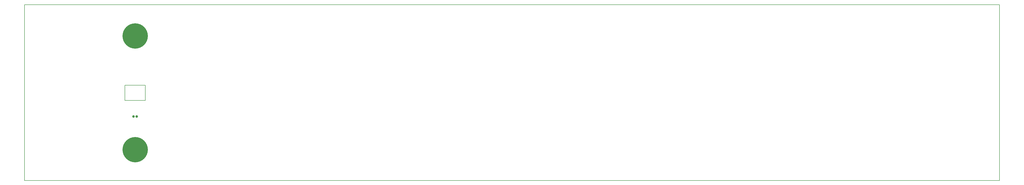
<source format=gtl>
G04*
G04 #@! TF.GenerationSoftware,Altium Limited,Altium Designer,19.0.10 (269)*
G04*
G04 Layer_Physical_Order=1*
G04 Layer_Color=255*
%FSLAX25Y25*%
%MOIN*%
G70*
G01*
G75*
%ADD10C,0.00591*%
%ADD14C,0.39370*%
%ADD15C,0.03937*%
D10*
X195079Y163977D02*
X226575D01*
Y187599D01*
X195079D02*
X226575D01*
X195079Y163977D02*
Y187599D01*
X39370Y39370D02*
Y312992D01*
X1551181D01*
Y39370D02*
Y312992D01*
X39370Y39370D02*
X1551181D01*
D14*
X210827Y87205D02*
D03*
Y264371D02*
D03*
D15*
X213287Y138977D02*
D03*
X208366D02*
D03*
M02*

</source>
